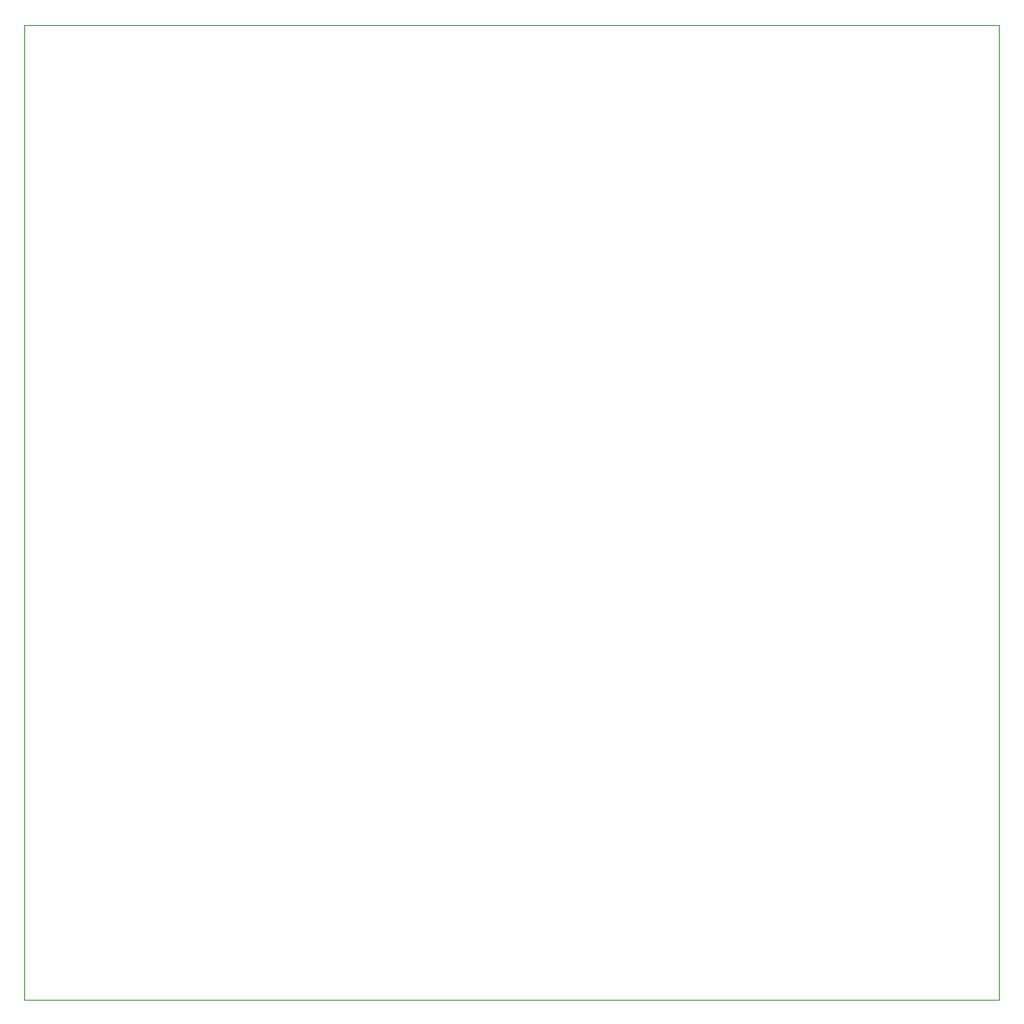
<source format=gm1>
%TF.GenerationSoftware,KiCad,Pcbnew,5.99.0+really5.1.12+dfsg1-1~bpo11+1*%
%TF.CreationDate,2021-12-25T19:54:22+01:00*%
%TF.ProjectId,Audio IN_OUT,41756469-6f20-4494-9e5f-4f55542e6b69,rev?*%
%TF.SameCoordinates,Original*%
%TF.FileFunction,Profile,NP*%
%FSLAX46Y46*%
G04 Gerber Fmt 4.6, Leading zero omitted, Abs format (unit mm)*
G04 Created by KiCad (PCBNEW 5.99.0+really5.1.12+dfsg1-1~bpo11+1) date 2021-12-25 19:54:22*
%MOMM*%
%LPD*%
G01*
G04 APERTURE LIST*
%TA.AperFunction,Profile*%
%ADD10C,0.050000*%
%TD*%
G04 APERTURE END LIST*
D10*
X127000000Y-146050000D02*
X127000000Y-50800000D01*
X222250000Y-146050000D02*
X127000000Y-146050000D01*
X222250000Y-50800000D02*
X222250000Y-146050000D01*
X127000000Y-50800000D02*
X222250000Y-50800000D01*
M02*

</source>
